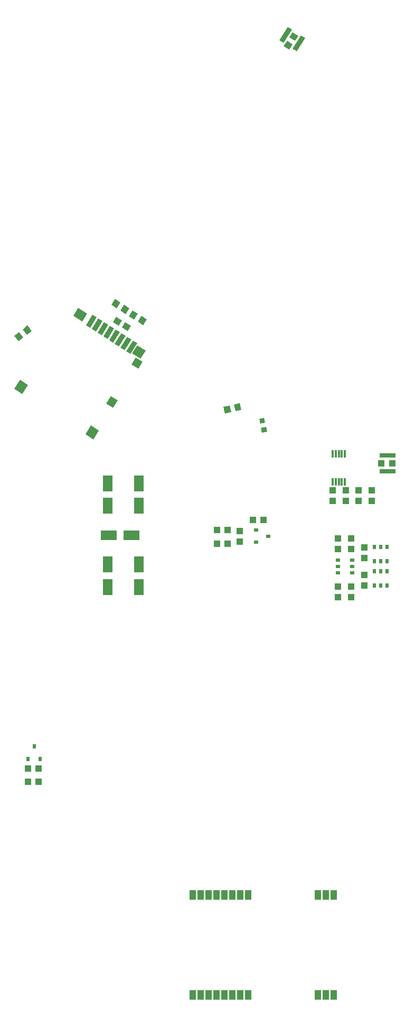
<source format=gbr>
G04 EAGLE Gerber RS-274X export*
G75*
%MOMM*%
%FSLAX34Y34*%
%LPD*%
%INSolderpaste Top*%
%IPPOS*%
%AMOC8*
5,1,8,0,0,1.08239X$1,22.5*%
G01*
%ADD10R,1.000000X1.500000*%
%ADD11R,0.560000X0.730000*%
%ADD12R,1.000000X1.100000*%
%ADD13R,0.730000X0.560000*%
%ADD14R,1.100000X1.000000*%
%ADD15R,2.500000X0.800000*%
%ADD16R,0.300000X1.275000*%
%ADD17R,0.700000X0.500000*%
%ADD18R,0.500000X0.700000*%
%ADD19R,2.000000X0.800000*%
%ADD20R,1.500000X1.700000*%
%ADD21R,1.600000X1.500000*%
%ADD22R,1.300000X1.290000*%
%ADD23R,1.400000X1.290000*%
%ADD24R,0.800000X0.800000*%
%ADD25R,2.600000X1.600000*%
%ADD26R,1.600000X2.600000*%


D10*
X401000Y154000D03*
X413700Y154000D03*
X426400Y154000D03*
X439100Y154000D03*
X451800Y154000D03*
X464500Y154000D03*
X477200Y154000D03*
X489900Y154000D03*
X601600Y154000D03*
X614300Y154000D03*
X627000Y154000D03*
X401000Y314000D03*
X413700Y314000D03*
X426400Y314000D03*
X439100Y314000D03*
X451800Y314000D03*
X464500Y314000D03*
X477200Y314000D03*
X489900Y314000D03*
X601600Y314000D03*
X614300Y314000D03*
X627000Y314000D03*
D11*
X147000Y552000D03*
X156500Y532000D03*
X137500Y532000D03*
D12*
X137500Y516000D03*
X154500Y516000D03*
X154500Y495000D03*
X137500Y495000D03*
X457600Y876600D03*
X440600Y876600D03*
X440400Y898200D03*
X457400Y898200D03*
D13*
X522700Y888400D03*
X502700Y878900D03*
X502700Y897900D03*
D14*
X477000Y879500D03*
X477000Y896500D03*
D12*
X514500Y914000D03*
X497500Y914000D03*
X646500Y961500D03*
X646500Y944500D03*
D14*
X676500Y853500D03*
X676500Y870500D03*
X676500Y809500D03*
X676500Y826500D03*
D12*
X704000Y1005000D03*
X721000Y1005000D03*
D14*
X625500Y944500D03*
X625500Y961500D03*
D15*
X713500Y1017500D03*
X713500Y992500D03*
D14*
X688500Y961500D03*
X688500Y944500D03*
X667500Y961500D03*
X667500Y944500D03*
D16*
X645500Y1020400D03*
X640500Y1020400D03*
X635500Y1020400D03*
X630500Y1020400D03*
X625500Y1020400D03*
X625500Y975600D03*
X630500Y975600D03*
X635500Y975600D03*
X640500Y975600D03*
X645500Y975600D03*
D14*
X634500Y867500D03*
X634500Y884500D03*
X655500Y884500D03*
X655500Y867500D03*
X634500Y790500D03*
X634500Y807500D03*
X655500Y790500D03*
X655500Y807500D03*
D17*
X634000Y850000D03*
X634000Y840000D03*
X634000Y830000D03*
X657000Y830000D03*
X657000Y840000D03*
X657000Y850000D03*
D18*
X692500Y809000D03*
X702500Y809000D03*
X712500Y809000D03*
X712500Y832000D03*
X702500Y832000D03*
X692500Y832000D03*
X712500Y871000D03*
X702500Y871000D03*
X692500Y871000D03*
X692500Y848000D03*
X702500Y848000D03*
X712500Y848000D03*
D19*
G36*
X294982Y1184657D02*
X305727Y1201524D01*
X312474Y1197225D01*
X301729Y1180358D01*
X294982Y1184657D01*
G37*
G36*
X285704Y1190567D02*
X296449Y1207434D01*
X303196Y1203135D01*
X292451Y1186268D01*
X285704Y1190567D01*
G37*
G36*
X276427Y1196478D02*
X287172Y1213345D01*
X293919Y1209046D01*
X283174Y1192179D01*
X276427Y1196478D01*
G37*
G36*
X267150Y1202388D02*
X277895Y1219255D01*
X284642Y1214956D01*
X273897Y1198089D01*
X267150Y1202388D01*
G37*
G36*
X257872Y1208298D02*
X268617Y1225165D01*
X275364Y1220866D01*
X264619Y1203999D01*
X257872Y1208298D01*
G37*
G36*
X248595Y1214208D02*
X259340Y1231075D01*
X266087Y1226776D01*
X255342Y1209909D01*
X248595Y1214208D01*
G37*
G36*
X239318Y1220119D02*
X250063Y1236986D01*
X256810Y1232687D01*
X246065Y1215820D01*
X239318Y1220119D01*
G37*
G36*
X230040Y1226029D02*
X240785Y1242896D01*
X247532Y1238597D01*
X236787Y1221730D01*
X230040Y1226029D01*
G37*
D20*
G36*
X238251Y1065828D02*
X250901Y1057769D01*
X241767Y1043432D01*
X229117Y1051491D01*
X238251Y1065828D01*
G37*
D21*
G36*
X317876Y1172205D02*
X304383Y1180801D01*
X312442Y1193451D01*
X325935Y1184855D01*
X317876Y1172205D01*
G37*
D22*
G36*
X320750Y1167409D02*
X313765Y1156446D01*
X302886Y1163377D01*
X309871Y1174340D01*
X320750Y1167409D01*
G37*
D23*
G36*
X262858Y1100544D02*
X270380Y1112351D01*
X281258Y1105420D01*
X273736Y1093613D01*
X262858Y1100544D01*
G37*
D20*
G36*
X124393Y1138363D02*
X137043Y1130304D01*
X127909Y1115967D01*
X115259Y1124026D01*
X124393Y1138363D01*
G37*
G36*
X209923Y1240979D02*
X217982Y1253629D01*
X232319Y1244495D01*
X224260Y1231845D01*
X209923Y1240979D01*
G37*
D12*
G36*
X467228Y1099127D02*
X476990Y1101291D01*
X479370Y1090553D01*
X469608Y1088389D01*
X467228Y1099127D01*
G37*
G36*
X450630Y1095447D02*
X460392Y1097611D01*
X462772Y1086873D01*
X453010Y1084709D01*
X450630Y1095447D01*
G37*
G36*
X307092Y1235242D02*
X298659Y1240615D01*
X304570Y1249892D01*
X313003Y1244519D01*
X307092Y1235242D01*
G37*
G36*
X321430Y1226108D02*
X312997Y1231481D01*
X318908Y1240758D01*
X327341Y1235385D01*
X321430Y1226108D01*
G37*
G36*
X290908Y1258758D02*
X299341Y1253385D01*
X293430Y1244108D01*
X284997Y1249481D01*
X290908Y1258758D01*
G37*
G36*
X276570Y1267892D02*
X285003Y1262519D01*
X279092Y1253242D01*
X270659Y1258615D01*
X276570Y1267892D01*
G37*
D14*
G36*
X293217Y1230605D02*
X302494Y1224694D01*
X297121Y1216261D01*
X287844Y1222172D01*
X293217Y1230605D01*
G37*
G36*
X278879Y1239739D02*
X288156Y1233828D01*
X282783Y1225395D01*
X273506Y1231306D01*
X278879Y1239739D01*
G37*
D24*
G36*
X517147Y1070283D02*
X509338Y1068552D01*
X507607Y1076361D01*
X515416Y1078092D01*
X517147Y1070283D01*
G37*
G36*
X520393Y1055639D02*
X512584Y1053908D01*
X510853Y1061717D01*
X518662Y1063448D01*
X520393Y1055639D01*
G37*
D15*
G36*
X560616Y1699332D02*
X547185Y1678248D01*
X540438Y1682546D01*
X553869Y1703630D01*
X560616Y1699332D01*
G37*
G36*
X581701Y1685900D02*
X568270Y1664816D01*
X561523Y1669114D01*
X574954Y1690198D01*
X581701Y1685900D01*
G37*
D12*
G36*
X561758Y1675092D02*
X556385Y1666659D01*
X547108Y1672570D01*
X552481Y1681003D01*
X561758Y1675092D01*
G37*
G36*
X570892Y1689430D02*
X565519Y1680997D01*
X556242Y1686908D01*
X561615Y1695341D01*
X570892Y1689430D01*
G37*
G36*
X128372Y1219488D02*
X136251Y1225645D01*
X143024Y1216978D01*
X135145Y1210821D01*
X128372Y1219488D01*
G37*
G36*
X114976Y1209022D02*
X122855Y1215179D01*
X129628Y1206512D01*
X121749Y1200355D01*
X114976Y1209022D01*
G37*
D25*
X303000Y890000D03*
X267000Y890000D03*
D26*
X315000Y807000D03*
X315000Y843000D03*
X265000Y807000D03*
X265000Y843000D03*
X265000Y973000D03*
X265000Y937000D03*
X315000Y973000D03*
X315000Y937000D03*
M02*

</source>
